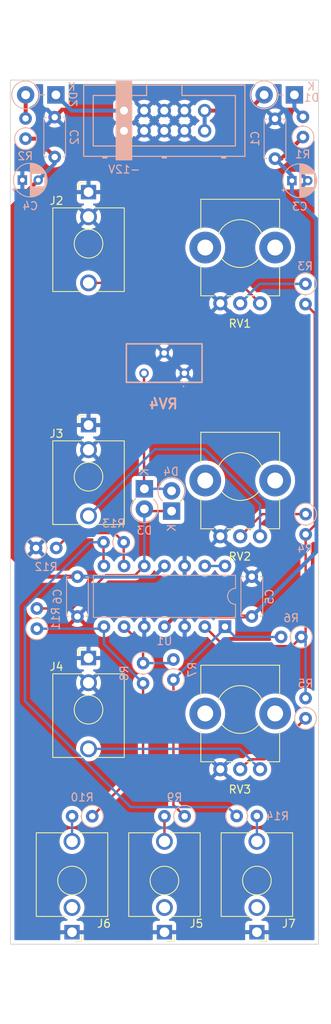
<source format=kicad_pcb>
(kicad_pcb (version 20221018) (generator pcbnew)
  (layers (0 "F.Cu" signal) (31 "B.Cu" signal) (34 "B.Paste" user) (35 "F.Paste" user) (36 "B.SilkS" user "B.Silkscreen") (37 "F.SilkS" user "F.Silkscreen") (38 "B.Mask" user) (39 "F.Mask" user) (44 "Edge.Cuts" user))
  (net 0 "")
  (net 1 "GND")
  (net 2 "+12V")
  (net 3 "-12V")
  (net 4 "/D+")
  (net 5 "/12+")
  (net 6 "/12-")
  (net 7 "/D-")
  (net 8 "Net-(J5-PadT)")
  (net 10 "Net-(J6-PadT)")
  (net 12 "Net-(J7-PadT)")
  (net 14 "/DD")
  (net 15 "/CLP_IN")
  (net 16 "/IN1")
  (net 17 "/IN2")
  (net 18 "/IN3")
  (net 19 "/IW1")
  (net 20 "/SUM")
  (net 21 "/IW2")
  (net 22 "/IW3")
  (net 23 "/INV_SUM_OUT")
  (net 24 "/INVBF")
  (net 25 "/SUM_OUT")
  (net 26 "/CLP_FB")
  (net 27 "/CLP_OUT")
  (net 28 "/STABLE")
  (footprint "Connector_Audio:Jack_3.5mm_QingPu_WQP-PJ398SM_Vertical_CircularHoles" (layer "F.Cu") (at 144.36 146.58 180)
    (fp_text reference "J5" (at -4.03 1.08) (layer "F.SilkS"))
    (fp_text value "INV OUT")
    (pad "S" thru_hole rect (at 0 0) (size 1.93 1.83) (drill 1.22) (layers "*.Cu" "*.Mask") (net 1 "GND"))
    (pad "T" thru_hole circle (at 0 11.4) (size 2.13 2.13) (drill 1.43) (layers "*.Cu" "*.Mask") (net 8 "Net-(J5-PadT)"))
    (pad "TN" thru_hole circle (at 0 3.1) (size 2.13 2.13) (drill 1.42) (layers "*.Cu" "*.Mask"))
    (zone (net 0) (net_name "") (layer "F.Cu") (connect_pads (clearance 0)) (min_thickness 0.254)
      (keepout (tracks not_allowed) (vias not_allowed) (pads not_allowed) (copperpour not_allowed) (footprints not_allowed))
      (fill (thermal_gap 0.508) (thermal_bridge_width 0.508))
      (polygon (pts (xy 142.854859 140.1) (xy 142.87507 140.345829) (xy 142.935159 140.585055) (xy 143.033514 140.811256) (xy 143.167492 141.018355) (xy 143.333496 141.20079) (xy 143.527068 141.353664) (xy 143.743008 141.472869) (xy 143.975518 141.555206) (xy 144.218354 141.598461) (xy 144.464993 141.601475) (xy 144.708813 141.564165) (xy 144.943266 141.487534) (xy 145.162054 141.37364) (xy 145.359303 141.225542) (xy 145.529714 141.047216) (xy 145.668712 140.843452) (xy 145.772564 140.619722) (xy 145.838481 140.382035) (xy 145.864692 140.136774) (xy 145.850493 139.890525) (xy 145.796266 139.649901) (xy 145.703468 139.421366) (xy 145.574589 139.211055) (xy 145.413092 139.024618) (xy 145.223313 138.867061) (xy 145.01035 138.742615) (xy 144.779921 138.654623) (xy 144.538215 138.605447) (xy 144.291722 138.596408) (xy 144.047064 138.62775) (xy 143.810809 138.69863) (xy 143.589303 138.807144) (xy 143.388495 138.950379) (xy 143.213777 139.124488) (xy 143.069842 139.324795) (xy 142.960555 139.545921) (xy 142.888851 139.781926) (xy 142.856656 140.026474)))
    )
  )
  (footprint "Connector_Audio:Jack_3.5mm_QingPu_WQP-PJ398SM_Vertical_CircularHoles" (layer "F.Cu") (at 134.8 112.16)
    (fp_text reference "J4" (at -4.03 1.08 180) (layer "F.SilkS"))
    (fp_text value "IN3")
    (pad "S" thru_hole rect (at 0 0 180) (size 1.93 1.83) (drill 1.22) (layers "*.Cu" "*.Mask") (net 1 "GND"))
    (pad "T" thru_hole circle (at 0 11.4 180) (size 2.13 2.13) (drill 1.43) (layers "*.Cu" "*.Mask") (net 18 "/IN3"))
    (pad "TN" thru_hole circle (at 0 3.1 180) (size 2.13 2.13) (drill 1.42) (layers "*.Cu" "*.Mask") (net 1 "GND"))
    (zone (net 0) (net_name "") (layer "F.Cu") (connect_pads (clearance 0)) (min_thickness 0.254)
      (keepout (tracks not_allowed) (vias not_allowed) (pads not_allowed) (copperpour not_allowed) (footprints not_allowed))
      (fill (thermal_gap 0.508) (thermal_bridge_width 0.508))
      (polygon (pts (xy 136.305141 118.64) (xy 136.28493 118.394171) (xy 136.224841 118.154945) (xy 136.126486 117.928744) (xy 135.992508 117.721645) (xy 135.826504 117.53921) (xy 135.632932 117.386336) (xy 135.416992 117.267131) (xy 135.184482 117.184794) (xy 134.941646 117.141539) (xy 134.695007 117.138525) (xy 134.451187 117.175835) (xy 134.216734 117.252466) (xy 133.997946 117.36636) (xy 133.800697 117.514458) (xy 133.630286 117.692784) (xy 133.491288 117.896548) (xy 133.387436 118.120278) (xy 133.321519 118.357965) (xy 133.295308 118.603226) (xy 133.309507 118.849475) (xy 133.363734 119.090099) (xy 133.456532 119.318634) (xy 133.585411 119.528945) (xy 133.746908 119.715382) (xy 133.936687 119.872939) (xy 134.14965 119.997385) (xy 134.380079 120.085377) (xy 134.621785 120.134553) (xy 134.868278 120.143592) (xy 135.112936 120.11225) (xy 135.349191 120.04137) (xy 135.570697 119.932856) (xy 135.771505 119.789621) (xy 135.946223 119.615512) (xy 136.090158 119.415205) (xy 136.199445 119.194079) (xy 136.271149 118.958074) (xy 136.303344 118.713526)))
    )
  )
  (footprint "Connector_Audio:Jack_3.5mm_QingPu_WQP-PJ398SM_Vertical_CircularHoles" (layer "F.Cu") (at 134.8 82.91)
    (fp_text reference "J3" (at -4.03 1.08 180) (layer "F.SilkS"))
    (fp_text value "IN2")
    (pad "S" thru_hole rect (at 0 0 180) (size 1.93 1.83) (drill 1.22) (layers "*.Cu" "*.Mask") (net 1 "GND"))
    (pad "T" thru_hole circle (at 0 11.4 180) (size 2.13 2.13) (drill 1.43) (layers "*.Cu" "*.Mask") (net 17 "/IN2"))
    (pad "TN" thru_hole circle (at 0 3.1 180) (size 2.13 2.13) (drill 1.42) (layers "*.Cu" "*.Mask") (net 1 "GND"))
    (zone (net 0) (net_name "") (layer "F.Cu") (connect_pads (clearance 0)) (min_thickness 0.254)
      (keepout (tracks not_allowed) (vias not_allowed) (pads not_allowed) (copperpour not_allowed) (footprints not_allowed))
      (fill (thermal_gap 0.508) (thermal_bridge_width 0.508))
      (polygon (pts (xy 136.305141 89.39) (xy 136.28493 89.144171) (xy 136.224841 88.904945) (xy 136.126486 88.678744) (xy 135.992508 88.471645) (xy 135.826504 88.28921) (xy 135.632932 88.136336) (xy 135.416992 88.017131) (xy 135.184482 87.934794) (xy 134.941646 87.891539) (xy 134.695007 87.888525) (xy 134.451187 87.925835) (xy 134.216734 88.002466) (xy 133.997946 88.11636) (xy 133.800697 88.264458) (xy 133.630286 88.442784) (xy 133.491288 88.646548) (xy 133.387436 88.870278) (xy 133.321519 89.107965) (xy 133.295308 89.353226) (xy 133.309507 89.599475) (xy 133.363734 89.840099) (xy 133.456532 90.068634) (xy 133.585411 90.278945) (xy 133.746908 90.465382) (xy 133.936687 90.622939) (xy 134.14965 90.747385) (xy 134.380079 90.835377) (xy 134.621785 90.884553) (xy 134.868278 90.893592) (xy 135.112936 90.86225) (xy 135.349191 90.79137) (xy 135.570697 90.682856) (xy 135.771505 90.539621) (xy 135.946223 90.365512) (xy 136.090158 90.165205) (xy 136.199445 89.944079) (xy 136.271149 89.708074) (xy 136.303344 89.463526)))
    )
  )
  (footprint "Custom_Footprints:Alpha_9mm_Potentiometer_Aligned" (layer "F.Cu") (at 153.9 118.62)
    (fp_text reference "RV3" (at -0.04 10.04) (layer "F.SilkS"))
    (fp_text value "100k")
    (pad "" np_thru_hole circle (at -4.4 0.5 90) (size 4 4) (drill 2) (layers "*.Cu" "*.Mask"))
    (pad "" np_thru_hole circle (at 4.4 0.5 90) (size 4 4) (drill 2) (layers "*.Cu" "*.Mask"))
    (pad "1" thru_hole circle (at -2.5 7.5 90) (size 1.8 1.8) (drill 1) (layers "*.Cu" "*.Mask") (net 1 "GND"))
    (pad "2" thru_hole circle (at 0 7.5 90) (size 1.8 1.8) (drill 1) (layers "*.Cu" "*.Mask") (net 22 "/IW3"))
    (pad "3" thru_hole circle (at 2.5 7.5 90) (size 1.8 1.8) (drill 1) (layers "*.Cu" "*.Mask") (net 18 "/IN3"))
  )
  (footprint "Custom_Footprints:Alpha_9mm_Potentiometer_Aligned" (layer "F.Cu") (at 153.9 60.12)
    (fp_text reference "RV1" (at -0.04 10.04) (layer "F.SilkS"))
    (fp_text value "100k")
    (pad "" np_thru_hole circle (at -4.4 0.5 90) (size 4 4) (drill 2) (layers "*.Cu" "*.Mask"))
    (pad "" np_thru_hole circle (at 4.4 0.5 90) (size 4 4) (drill 2) (layers "*.Cu" "*.Mask"))
    (pad "1" thru_hole circle (at -2.5 7.5 90) (size 1.8 1.8) (drill 1) (layers "*.Cu" "*.Mask") (net 1 "GND"))
    (pad "2" thru_hole circle (at 0 7.5 90) (size 1.8 1.8) (drill 1) (layers "*.Cu" "*.Mask") (net 19 "/IW1"))
    (pad "3" thru_hole circle (at 2.5 7.5 90) (size 1.8 1.8) (drill 1) (layers "*.Cu" "*.Mask") (net 16 "/IN1"))
  )
  (footprint "Connector_Audio:Jack_3.5mm_QingPu_WQP-PJ398SM_Vertical_CircularHoles" (layer "F.Cu") (at 156 146.58 180)
    (fp_text reference "J7" (at -4.03 1.08) (layer "F.SilkS"))
    (fp_text value "CLP OUT")
    (pad "S" thru_hole rect (at 0 0) (size 1.93 1.83) (drill 1.22) (layers "*.Cu" "*.Mask") (net 1 "GND"))
    (pad "T" thru_hole circle (at 0 11.4) (size 2.13 2.13) (drill 1.43) (layers "*.Cu" "*.Mask") (net 12 "Net-(J7-PadT)"))
    (pad "TN" thru_hole circle (at 0 3.1) (size 2.13 2.13) (drill 1.42) (layers "*.Cu" "*.Mask"))
    (zone (net 0) (net_name "") (layer "F.Cu") (connect_pads (clearance 0)) (min_thickness 0.254)
      (keepout (tracks not_allowed) (vias not_allowed) (pads not_allowed) (copperpour not_allowed) (footprints not_allowed))
      (fill (thermal_gap 0.508) (thermal_bridge_width 0.508))
      (polygon (pts (xy 154.494859 140.1) (xy 154.51507 140.345829) (xy 154.575159 140.585055) (xy 154.673514 140.811256) (xy 154.807492 141.018355) (xy 154.973496 141.20079) (xy 155.167068 141.353664) (xy 155.383008 141.472869) (xy 155.615518 141.555206) (xy 155.858354 141.598461) (xy 156.104993 141.601475) (xy 156.348813 141.564165) (xy 156.583266 141.487534) (xy 156.802054 141.37364) (xy 156.999303 141.225542) (xy 157.169714 141.047216) (xy 157.308712 140.843452) (xy 157.412564 140.619722) (xy 157.478481 140.382035) (xy 157.504692 140.136774) (xy 157.490493 139.890525) (xy 157.436266 139.649901) (xy 157.343468 139.421366) (xy 157.214589 139.211055) (xy 157.053092 139.024618) (xy 156.863313 138.867061) (xy 156.65035 138.742615) (xy 156.419921 138.654623) (xy 156.178215 138.605447) (xy 155.931722 138.596408) (xy 155.687064 138.62775) (xy 155.450809 138.69863) (xy 155.229303 138.807144) (xy 155.028495 138.950379) (xy 154.853777 139.124488) (xy 154.709842 139.324795) (xy 154.600555 139.545921) (xy 154.528851 139.781926) (xy 154.496656 140.026474)))
    )
  )
  (footprint "Connector_Audio:Jack_3.5mm_QingPu_WQP-PJ398SM_Vertical_CircularHoles" (layer "F.Cu") (at 132.72 146.58 180)
    (fp_text reference "J6" (at -4.03 1.08) (layer "F.SilkS"))
    (fp_text value "OUT")
    (pad "S" thru_hole rect (at 0 0) (size 1.93 1.83) (drill 1.22) (layers "*.Cu" "*.Mask") (net 1 "GND"))
    (pad "T" thru_hole circle (at 0 11.4) (size 2.13 2.13) (drill 1.43) (layers "*.Cu" "*.Mask") (net 10 "Net-(J6-PadT)"))
    (pad "TN" thru_hole circle (at 0 3.1) (size 2.13 2.13) (drill 1.42) (layers "*.Cu" "*.Mask"))
    (zone (net 0) (net_name "") (layer "F.Cu") (connect_pads (clearance 0)) (min_thickness 0.254)
      (keepout (tracks not_allowed) (vias not_allowed) (pads not_allowed) (copperpour not_allowed) (footprints not_allowed))
      (fill (thermal_gap 0.508) (thermal_bridge_width 0.508))
      (polygon (pts (xy 131.214859 140.1) (xy 131.23507 140.345829) (xy 131.295159 140.585055) (xy 131.393514 140.811256) (xy 131.527492 141.018355) (xy 131.693496 141.20079) (xy 131.887068 141.353664) (xy 132.103008 141.472869) (xy 132.335518 141.555206) (xy 132.578354 141.598461) (xy 132.824993 141.601475) (xy 133.068813 141.564165) (xy 133.303266 141.487534) (xy 133.522054 141.37364) (xy 133.719303 141.225542) (xy 133.889714 141.047216) (xy 134.028712 140.843452) (xy 134.132564 140.619722) (xy 134.198481 140.382035) (xy 134.224692 140.136774) (xy 134.210493 139.890525) (xy 134.156266 139.649901) (xy 134.063468 139.421366) (xy 133.934589 139.211055) (xy 133.773092 139.024618) (xy 133.583313 138.867061) (xy 133.37035 138.742615) (xy 133.139921 138.654623) (xy 132.898215 138.605447) (xy 132.651722 138.596408) (xy 132.407064 138.62775) (xy 132.170809 138.69863) (xy 131.949303 138.807144) (xy 131.748495 138.950379) (xy 131.573777 139.124488) (xy 131.429842 139.324795) (xy 131.320555 139.545921) (xy 131.248851 139.781926) (xy 131.216656 140.026474)))
    )
  )
  (footprint "Connector_Audio:Jack_3.5mm_QingPu_WQP-PJ398SM_Vertical_CircularHoles" (layer "F.Cu") (at 134.8 53.66)
    (fp_text reference "J2" (at -4.03 1.08 180) (layer "F.SilkS"))
    (fp_text value "IN1")
    (pad "S" thru_hole rect (at 0 0 180) (size 1.93 1.83) (drill 1.22) (layers "*.Cu" "*.Mask") (net 1 "GND"))
    (pad "T" thru_hole circle (at 0 11.4 180) (size 2.13 2.13) (drill 1.43) (layers "*.Cu" "*.Mask") (net 16 "/IN1"))
    (pad "TN" thru_hole circle (at 0 3.1 180) (size 2.13 2.13) (drill 1.42) (layers "*.Cu" "*.Mask") (net 1 "GND"))
    (zone (net 0) (net_name "") (layer "F.Cu") (connect_pads (clearance 0)) (min_thickness 0.254)
      (keepout (tracks not_allowed) (vias not_allowed) (pads not_allowed) (copperpour not_allowed) (footprints not_allowed))
      (fill (thermal_gap 0.508) (thermal_bridge_width 0.508))
      (polygon (pts (xy 136.305141 60.14) (xy 136.28493 59.894171) (xy 136.224841 59.654945) (xy 136.126486 59.428744) (xy 135.992508 59.221645) (xy 135.826504 59.03921) (xy 135.632932 58.886336) (xy 135.416992 58.767131) (xy 135.184482 58.684794) (xy 134.941646 58.641539) (xy 134.695007 58.638525) (xy 134.451187 58.675835) (xy 134.216734 58.752466) (xy 133.997946 58.86636) (xy 133.800697 59.014458) (xy 133.630286 59.192784) (xy 133.491288 59.396548) (xy 133.387436 59.620278) (xy 133.321519 59.857965) (xy 133.295308 60.103226) (xy 133.309507 60.349475) (xy 133.363734 60.590099) (xy 133.456532 60.818634) (xy 133.585411 61.028945) (xy 133.746908 61.215382) (xy 133.936687 61.372939) (xy 134.14965 61.497385) (xy 134.380079 61.585377) (xy 134.621785 61.634553) (xy 134.868278 61.643592) (xy 135.112936 61.61225) (xy 135.349191 61.54137) (xy 135.570697 61.432856) (xy 135.771505 61.289621) (xy 135.946223 61.115512) (xy 136.090158 60.915205) (xy 136.199445 60.694079) (xy 136.271149 60.458074) (xy 136.303344 60.213526)))
    )
  )
  (footprint "Custom_Footprints:Alpha_9mm_Potentiometer_Aligned" (layer "F.Cu") (at 153.9 89.37)
    (fp_text reference "RV2" (at -0.04 10.04) (layer "F.SilkS"))
    (fp_text value "100k")
    (pad "" np_thru_hole circle (at -4.4 0.5 90) (size 4 4) (drill 2) (layers "*.Cu" "*.Mask"))
    (pad "" np_thru_hole circle (at 4.4 0.5 90) (size 4 4) (drill 2) (layers "*.Cu" "*.Mask"))
    (pad "1" thru_hole circle (at -2.5 7.5 90) (size 1.8 1.8) (drill 1) (layers "*.Cu" "*.Mask") (net 1 "GND"))
    (pad "2" thru_hole circle (at 0 7.5 90) (size 1.8 1.8) (drill 1) (layers "*.Cu" "*.Mask") (net 21 "/IW2"))
    (pad "3" thru_hole circle (at 2.5 7.5 90) (size 1.8 1.8) (drill 1) (layers "*.Cu" "*.Mask") (net 17 "/IN2"))
  )
  (footprint "Resistor_THT:R_Axial_DIN0207_L6.3mm_D2.5mm_P2.54mm_Vertical" (layer "B.Cu") (at 145.49 114.885 90)
    (fp_text reference "R7" (at 1.27 2.37 90) (layer "B.SilkS") (effects (justify mirror)))
    (fp_text value "100k")
    (pad "1" thru_hole circle (at 0 0 90) (size 1.6 1.6) (drill 0.8) (layers "*.Cu" "*.Mask") (net 23 "/INV_SUM_OUT"))
    (pad "2" thru_hole oval (at 2.54 0 90) (size 1.6 1.6) (drill 0.8) (layers "*.Cu" "*.Mask") (net 24 "/INVBF"))
  )
  (footprint "Resistor_THT:R_Axial_DIN0207_L6.3mm_D2.5mm_P2.54mm_Vertical" (layer "B.Cu") (at 141.67 112.795 -90)
    (fp_text reference "R8" (at 1.27 2.37 90) (layer "B.SilkS") (effects (justify mirror)))
    (fp_text value "100k")
    (pad "1" thru_hole circle (at 0 0 270) (size 1.6 1.6) (drill 0.8) (layers "*.Cu" "*.Mask") (net 24 "/INVBF"))
    (pad "2" thru_hole oval (at 2.54 0 270) (size 1.6 1.6) (drill 0.8) (layers "*.Cu" "*.Mask") (net 25 "/SUM_OUT"))
  )
  (footprint "Package_DIP:DIP-14_W7.62mm" (layer "B.Cu") (at 151.98 108.22 90)
    (fp_text reference "U1" (at -1.81 -7.63 180) (layer "B.SilkS") (effects (justify mirror)))
    (fp_text value "TL074")
    (pad "1" thru_hole rect (at 0 0 90) (size 1.6 1.6) (drill 0.8) (layers "*.Cu" "*.Mask") (net 23 "/INV_SUM_OUT"))
    (pad "2" thru_hole oval (at 0 -2.54 90) (size 1.6 1.6) (drill 0.8) (layers "*.Cu" "*.Mask") (net 20 "/SUM"))
    (pad "3" thru_hole oval (at 0 -5.08 90) (size 1.6 1.6) (drill 0.8) (layers "*.Cu" "*.Mask") (net 1 "GND"))
    (pad "4" thru_hole oval (at 0 -7.62 90) (size 1.6 1.6) (drill 0.8) (layers "*.Cu" "*.Mask") (net 2 "+12V"))
    (pad "5" thru_hole oval (at 0 -10.16 90) (size 1.6 1.6) (drill 0.8) (layers "*.Cu" "*.Mask") (net 1 "GND"))
    (pad "6" thru_hole oval (at 0 -12.7 90) (size 1.6 1.6) (drill 0.8) (layers "*.Cu" "*.Mask") (net 24 "/INVBF"))
    (pad "7" thru_hole oval (at 0 -15.24 90) (size 1.6 1.6) (drill 0.8) (layers "*.Cu" "*.Mask") (net 25 "/SUM_OUT"))
    (pad "8" thru_hole oval (at 7.62 -15.24 90) (size 1.6 1.6) (drill 0.8) (layers "*.Cu" "*.Mask") (net 27 "/CLP_OUT"))
    (pad "9" thru_hole oval (at 7.62 -12.7 90) (size 1.6 1.6) (drill 0.8) (layers "*.Cu" "*.Mask") (net 26 "/CLP_FB"))
    (pad "10" thru_hole oval (at 7.62 -10.16 90) (size 1.6 1.6) (drill 0.8) (layers "*.Cu" "*.Mask") (net 15 "/CLP_IN"))
    (pad "11" thru_hole oval (at 7.62 -7.62 90) (size 1.6 1.6) (drill 0.8) (layers "*.Cu" "*.Mask") (net 3 "-12V"))
    (pad "12" thru_hole oval (at 7.62 -5.08 90) (size 1.6 1.6) (drill 0.8) (layers "*.Cu" "*.Mask") (net 1 "GND"))
    (pad "13" thru_hole oval (at 7.62 -2.54 90) (size 1.6 1.6) (drill 0.8) (layers "*.Cu" "*.Mask") (net 28 "/STABLE"))
    (pad "14" thru_hole oval (at 7.62 0 90) (size 1.6 1.6) (drill 0.8) (layers "*.Cu" "*.Mask") (net 28 "/STABLE"))
  )
  (footprint "Diode_THT:D_DO-41_SOD81_P3.81mm_Vertical_KathodeUp" (layer "B.Cu") (at 160.722818 41.45 180)
    (fp_text reference "D1" (at -2.147182 -0.35) (layer "B.SilkS") (effects (justify mirror)))
    (fp_text value "1N5819" hide)
    (fp_text user "K" (at -2.087182 1.05) (layer "B.SilkS") (effects (justify mirror)))
    (pad "1" thru_hole rect (at 0 0 180) (size 2.2 2.2) (drill 1.1) (layers "F&B.Cu" "*.Mask") (net 4 "/D+"))
    (pad "2" thru_hole oval (at 3.81 0 180) (size 2.2 2.2) (drill 1.1) (layers "F&B.Cu" "*.Mask") (net 5 "/12+"))
  )
  (footprint "Resistor_THT:R_Axial_DIN0207_L6.3mm_D2.5mm_P2.54mm_Vertical" (layer "B.Cu") (at 162.12 65.18 -90)
    (fp_text reference "R3" (at -2.22 0.04 180) (layer "B.SilkS") (effects (justify mirror)))
    (fp_text value "100k")
    (pad "1" thru_hole circle (at 0 0 270) (size 1.6 1.6) (drill 0.8) (layers "*.Cu" "*.Mask") (net 19 "/IW1"))
    (pad "2" thru_hole oval (at 2.54 0 270) (size 1.6 1.6) (drill 0.8) (layers "*.Cu" "*.Mask") (net 20 "/SUM"))
  )
  (footprint "Resistor_THT:R_Axial_DIN0207_L6.3mm_D2.5mm_P2.54mm_Vertical" (layer "B.Cu") (at 146.9 132.02 180)
    (fp_text reference "R9" (at 1.27 2.37) (layer "B.SilkS") (effects (justify mirror)))
    (fp_text value "1k")
    (pad "1" thru_hole circle (at 0 0 180) (size 1.6 1.6) (drill 0.8) (layers "*.Cu" "*.Mask") (net 23 "/INV_SUM_OUT"))
    (pad "2" thru_hole oval (at 2.54 0 180) (size 1.6 1.6) (drill 0.8) (layers "*.Cu" "*.Mask") (net 8 "Net-(J5-PadT)"))
  )
  (footprint "Capacitor_THT:C_Disc_D4.7mm_W2.5mm_P5.00mm" (layer "B.Cu") (at 155.36 106.94 90)
    (fp_text reference "C5" (at 2.49 2.23 90) (layer "B.SilkS") (effects (justify mirror)))
    (fp_text value "0.1u")
    (pad "1" thru_hole circle (at 0 0 90) (size 1.6 1.6) (drill 0.8) (layers "*.Cu" "*.Mask") (net 2 "+12V"))
    (pad "2" thru_hole circle (at 5 0 90) (size 1.6 1.6) (drill 0.8) (layers "*.Cu" "*.Mask") (net 1 "GND"))
  )
  (footprint "Diode_THT:D_DO-41_SOD81_P2.54mm_Vertical_KathodeUp" (layer "B.Cu") (at 145.26 93.708234 90)
    (fp_text reference "D4" (at 4.948234 -0.07 180) (layer "B.SilkS") (effects (justify mirror)))
    (fp_text value "1N4148")
    (fp_text user "K" (at -2.1 0 90) (layer "B.SilkS") (effects (justify mirror)))
    (pad "1" thru_hole rect (at 0 0 90) (size 2.2 2.2) (drill 1.1) (layers "*.Cu" "*.Mask") (net 15 "/CLP_IN"))
    (pad "2" thru_hole oval (at 2.54 0 90) (size 2.2 2.2) (drill 1.1) (layers "*.Cu" "*.Mask") (net 14 "/DD"))
  )
  (footprint "Capacitor_THT:C_Disc_D4.7mm_W2.5mm_P5.00mm" (layer "B.Cu") (at 158.28 44.46 -90)
    (fp_text reference "C1" (at 2.5 2.5 90) (layer "B.SilkS") (effects (justify mirror)))
    (fp_text value "0.1u" hide)
    (pad "1" thru_hole circle (at 0 0 270) (size 1.6 1.6) (drill 0.8) (layers "F&B.Cu" "*.Mask") (net 1 "GND"))
    (pad "2" thru_hole circle (at 5 0 270) (size 1.6 1.6) (drill 0.8) (layers "F&B.Cu" "*.Mask") (net 2 "+12V"))
  )
  (footprint "Resistor_THT:R_Axial_DIN0207_L6.3mm_D2.5mm_P2.54mm_Vertical" (layer "B.Cu") (at 126.87 46.95 90)
    (fp_text reference "R2" (at -2.19 -0.04) (layer "B.SilkS") (effects (justify mirror)))
    (fp_text value "10")
    (pad "1" thru_hole circle (at 0 0 90) (size 1.6 1.6) (drill 0.8) (layers "F&B.Cu" "*.Mask") (net 3 "-12V"))
    (pad "2" thru_hole oval (at 2.54 0 90) (size 1.6 1.6) (drill 0.8) (layers "F&B.Cu" "*.Mask") (net 7 "/D-"))
  )
  (footprint "Resistor_THT:R_Axial_DIN0207_L6.3mm_D2.5mm_P2.54mm_Vertical" (layer "B.Cu") (at 128.19 98.34)
    (fp_text reference "R12" (at 1.27 2.37) (layer "B.SilkS") (effects (justify mirror)))
    (fp_text value "27k")
    (pad "1" thru_hole circle (at 0 0) (size 1.6 1.6) (drill 0.8) (layers "*.Cu" "*.Mask") (net 1 "GND"))
    (pad "2" thru_hole oval (at 2.54 0) (size 1.6 1.6) (drill 0.8) (layers "*.Cu" "*.Mask") (net 26 "/CLP_FB"))
  )
  (footprint "Resistor_THT:R_Axial_DIN0207_L6.3mm_D2.5mm_P2.54mm_Vertical" (layer "B.Cu") (at 161.8 46.75 90)
    (fp_text reference "R1" (at -2.16 -0.04) (layer "B.SilkS") (effects (justify mirror)))
    (fp_text value "10" hide)
    (pad "1" thru_hole circle (at 0 0 90) (size 1.6 1.6) (drill 0.8) (layers "F&B.Cu" "*.Mask") (net 2 "+12V"))
    (pad "2" thru_hole oval (at 2.54 0 90) (size 1.6 1.6) (drill 0.8) (layers "F&B.Cu" "*.Mask") (net 4 "/D+"))
  )
  (footprint "Capacitor_THT:CP_Radial_D4.0mm_P2.00mm" (layer "B.Cu") (at 126.4674 52.15)
    (fp_text reference "C4" (at 1 3.25) (layer "B.SilkS") (effects (justify mirror)))
    (fp_text value "47u")
    (pad "1" thru_hole rect (at 0 0) (size 1.2 1.2) (drill 0.6) (layers "*.Cu" "*.Mask") (net 1 "GND"))
    (pad "2" thru_hole circle (at 2 0) (size 1.2 1.2) (drill 0.6) (layers "*.Cu" "*.Mask") (net 3 "-12V"))
  )
  (footprint "Resistor_THT:R_Axial_DIN0207_L6.3mm_D2.5mm_P2.54mm_Vertical" (layer "B.Cu") (at 162.14 94.09 -90)
    (fp_text reference "R4" (at 4.31 0.07) (layer "B.SilkS") (effects (justify mirror)))
    (fp_text value "100k")
    (pad "1" thru_hole circle (at 0 0 270) (size 1.6 1.6) (drill 0.8) (layers "*.Cu" "*.Mask") (net 21 "/IW2"))
    (pad "2" thru_hole oval (at 2.54 0 270) (size 1.6 1.6) (drill 0.8) (layers "*.Cu" "*.Mask") (net 20 "/SUM"))
  )
  (footprint "Capacitor_THT:C_Disc_D4.7mm_W2.5mm_P5.00mm" (layer "B.Cu") (at 130.54 49.25 90)
    (fp_text reference "C2" (at 2.5 2.5 90) (layer "B.SilkS") (effects (justify mirror)))
    (fp_text value "0.1u")
    (pad "1" thru_hole circle (at 0 0 90) (size 1.6 1.6) (drill 0.8) (layers "F&B.Cu" "*.Mask") (net 3 "-12V"))
    (pad "2" thru_hole circle (at 5 0 90) (size 1.6 1.6) (drill 0.8) (layers "F&B.Cu" "*.Mask") (net 1 "GND"))
  )
  (footprint "Resistor_THT:R_Axial_DIN0207_L6.3mm_D2.5mm_P2.54mm_Vertical" (layer "B.Cu") (at 162.13 119.73 90)
    (fp_text reference "R5" (at 4.37 -0.01 180) (layer "B.SilkS") (effects (justify mirror)))
    (fp_text value "100k")
    (pad "1" thru_hole circle (at 0 0 90) (size 1.6 1.6) (drill 0.8) (layers "*.Cu" "*.Mask") (net 22 "/IW3"))
    (pad "2" thru_hole oval (at 2.54 0 90) (size 1.6 1.6) (drill 0.8) (layers "*.Cu" "*.Mask") (net 20 "/SUM"))
  )
  (footprint "Resistor_THT:R_Axial_DIN0207_L6.3mm_D2.5mm_P2.54mm_Vertical" (layer "B.Cu") (at 153.455 131.99)
    (fp_text reference "R14" (at 5.135 0.02) (layer "B.SilkS") (effects (justify mirror)))
    (fp_text value "1k")
    (pad "1" thru_hole circle (at 0 0) (size 1.6 1.6) (drill 0.8) (layers "*.Cu" "*.Mask") (net 27 "/CLP_OUT"))
    (pad "2" thru_hole oval (at 2.54 0) (size 1.6 1.6) (drill 0.8) (layers "*.Cu" "*.Mask") (net 12 "Net-(J7-PadT)"))
  )
  (footprint "Resistor_THT:R_Axial_DIN0207_L6.3mm_D2.5mm_P2.54mm_Vertical" (layer "B.Cu") (at 128.29 108.475 90)
    (fp_text reference "R11" (at 1.27 2.37 90) (layer "B.SilkS") (effects (justify mirror)))
    (fp_text value "100k")
    (pad "1" thru_hole circle (at 0 0 90) (size 1.6 1.6) (drill 0.8) (layers "*.Cu" "*.Mask") (net 25 "/SUM_OUT"))
    (pad "2" thru_hole oval (at 2.54 0 90) (size 1.6 1.6) (drill 0.8) (layers "*.Cu" "*.Mask") (net 15 "/CLP_IN"))
  )
  (footprint "Resistor_THT:R_Axial_DIN0207_L6.3mm_D2.5mm_P2.54mm_Vertical" (layer "B.Cu") (at 139.23 97.62 180)
    (fp_text reference "R13" (at 1.27 2.37) (layer "B.SilkS") (effects (justify mirror)))
    (fp_text value "100k")
    (pad "1" thru_hole circle (at 0 0 180) (size 1.6 1.6) (drill 0.8) (layers "*.Cu" "*.Mask") (net 26 "/CLP_FB"))
    (pad "2" thru_hole oval (at 2.54 0 180) (size 1.6 1.6) (drill 0.8) (layers "*.Cu" "*.Mask") (net 27 "/CLP_OUT"))
  )
  (footprint "Capacitor_THT:CP_Radial_D4.0mm_P2.00mm" (layer "B.Cu") (at 160.4074 52.22)
    (fp_text reference "C3" (at 1 3.25) (layer "B.SilkS") (effects (justify mirror)))
    (fp_text value "47u")
    (pad "1" thru_hole rect (at 0 0) (size 1.2 1.2) (drill 0.6) (layers "*.Cu" "*.Mask") (net 2 "+12V"))
    (pad "2" thru_hole circle (at 2 0) (size 1.2 1.2) (drill 0.6) (layers "*.Cu" "*.Mask") (net 1 "GND"))
  )
  (footprint "Diode_THT:D_DO-41_SOD81_P2.54mm_Vertical_KathodeUp" (layer "B.Cu") (at 141.83 90.908234 -90)
    (fp_text reference "D3" (at 5.231766 0 180) (layer "B.SilkS") (effects (justify mirror)))
    (fp_text value "1N4148")
    (fp_text user "K" (at -2.1 0 90) (layer "B.SilkS") (effects (justify mirror)))
    (pad "1" thru_hole rect (at 0 0 270) (size 2.2 2.2) (drill 1.1) (layers "*.Cu" "*.Mask") (net 14 "/DD"))
    (pad "2" thru_hole oval (at 2.54 0 270) (size 2.2 2.2) (drill 1.1) (layers "*.Cu" "*.Mask") (net 15 "/CLP_IN"))
  )
  (footprint "Diode_THT:D_DO-41_SOD81_P3.81mm_Vertical_KathodeUp" (layer "B.Cu") (at 130.692818 41.45 180)
    (fp_text reference "D2" (at -2.177182 -0.56 90) (layer "B.SilkS") (effects (justify mirror)))
    (fp_text value "1N5819")
    (fp_text user "K" (at -1.977182 1) (layer "B.SilkS") (effects (justify mirror)))
    (pad "1" thru_hole rect (at 0 0 180) (size 2.2 2.2) (drill 1.1) (layers "F&B.Cu" "*.Mask") (net 6 "/12-"))
    (pad "2" thru_hole oval (at 3.81 0 180) (size 2.2 2.2) (drill 1.1) (layers "F&B.Cu" "*.Mask") (net 7 "/D-"))
  )
  (footprint "Resistor_THT:R_Axial_DIN0207_L6.3mm_D2.5mm_P2.54mm_Vertical" (layer "B.Cu") (at 161.59 109.51 180)
    (fp_text reference "R6" (at 1.27 2.37) (layer "B.SilkS") (effects (justify mirror)))
    (fp_text value "100k")
    (pad "1" thru_hole circle (at 0 0 180) (size 1.6 1.6) (drill 0.8) (layers "*.Cu" "*.Mask") (net 20 "/SUM"))
    (pad "2" thru_hole oval (at 2.54 0 180) (size 1.6 1.6) (drill 0.8) (layers "*.Cu" "*.Mask") (net 23 "/INV_SUM_OUT"))
  )
  (footprint "Custom_Footprints:3296Y1104LF" (layer "B.Cu") (at 146.87 76.4 -90)
    (fp_text reference "RV4" (at 3.85 2.64 180) (layer "B.SilkS") (effects (font (size 1.27 1.27) (thickness 0.254)) (justify mirror)))
    (fp_text value "20k" hide)
    (pad "1" thru_hole circle (at 0 0 270) (size 1.2 1.2) (drill 0.71) (layers "*.Cu" "*.Mask") (net 1 "GND"))
    (pad "2" thru_hole circle (at -2.54 2.54 270) (size 1.2 1.2) (drill 0.71) (layers "*.Cu" "*.Mask") (net 1 "GND"))
    (pad "3" thru_hole circle (at 0 5.08 270) (size 1.2 1.2) (drill 0.71) (layers "*.Cu" "*.Mask") (net 14 "/DD"))
  )
  (footprint "Capacitor_THT:C_Disc_D4.7mm_W2.5mm_P5.00mm" (layer "B.Cu") (at 133.4 101.94 -90)
    (fp_text reference "C6" (at 2.5 2.5 90) (layer "B.SilkS") (effects (justify mirror)))
    (fp_text value "0.1u")
    (pad "1" thru_hole circle (at 0 0 270) (size 1.6 1.6) (drill 0.8) (layers "*.Cu" "*.Mask") (net 3 "-12V"))
    (pad "2" thru_hole circle (at 5 0 270) (size 1.6 1.6) (drill 0.8) (layers "*.Cu" "*.Mask") (net 1 "GND"))
  )
  (footprint "Custom_Footprints:Eurorack_10_pin_header" (layer "B.Cu") (at 139.26 43.4275)
    (fp_text reference "J1" hide)
    (fp_text value "Eurorack 10 DIP Header")
    (fp_text user "-12V" (at 0.03 7.3825) (layer "B.SilkS") (effects (justify mirror)))
    (pad "1" thru_hole rect (at 0 0) (size 1.7 1.7) (drill 1) (layers "F&B.Cu" "*.Mask") (net 6 "/12-"))
    (pad "2" thru_hole circle (at 0 2.54) (size 1.7 1.7) (drill 1) (layers "F&B.Cu" "*.Mask") (net 6 "/12-"))
    (pad "3" thru_hole circle (at 2.54 0) (size 1.7 1.7) (drill 1) (layers "F&B.Cu" "*.Mask") (net 1 "GND"))
    (pad "4" thru_hole circle (at 2.54 2.54) (size 1.7 1.7) (drill 1) (layers "F&B.Cu" "*.Mask") (net 1 "GND"))
    (pad "5" thru_hole circle (at 5.08 0) (size 1.7 1.7) (drill 1) (layers "F&B.Cu" "*.Mask") (net 1 "GND"))
    (pad "6" thru_hole circle (at 5.08 2.54) (size 1.7 1.7) (drill 1) (layers "F&B.Cu" "*.Mask") (net 1 "GND"))
    (pad "7" thru_hole circle (at 7.62 0) (size 1.7 1.7) (drill 1) (layers "F&B.Cu" "*.Mask") (net 1 "GND"))
    (pad "8" thru_hole circle (at 7.62 2.54) (size 1.7 1.7) (drill 1) (layers "F&B.Cu" "*.Mask") (net 1 "GND"))
    (pad "9" thru_hole circle (at 10.16 0) (size 1.7 1.7) (drill 1) (layers "F&B.Cu" "*.Mask") (net 5 "/12+"))
    (pad "10" thru_hole circle (at 10.16 2.54) (size 1.7 1.7) (drill 1) (layers "F&B.Cu" "*.Mask") (net 5 "/12+"))
  )
  (footprint "Resistor_THT:R_Axial_DIN0207_L6.3mm_D2.5mm_P2.54mm_Vertical" (layer "B.Cu") (at 135.27 132.02 180)
    (fp_text reference "R10" (at 1.27 2.37) (layer "B.SilkS") (effects (justify mirror)))
    (fp_text value "1k")
    (pad "1" thru_hole circle (at 0 0 180) (size 1.6 1.6) (drill 0.8) (layers "*.Cu" "*.Mask") (net 25 "/SUM_OUT"))
    (pad "2" thru_hole oval (at 2.54 0 180) (size 1.6 1.6) (drill 0.8) (layers "*.Cu" "*.Mask") (net 10 "Net-(J6-PadT)"))
  )
  (gr_line (start 124.96 148.09) (end 163.76 148.09) (stroke (width 0.1)) (layer "Edge.Cuts"))
  (gr_line (start 124.96 39.59) (end 124.96 148.09) (stroke (width 0.1)) (layer "Edge.Cuts"))
  (gr_line (start 163.76 148.09) (end 163.76 39.59) (stroke (width 0.1)) (layer "Edge.Cuts"))
  (gr_line (start 124.96 39.59) (end 163.76 39.59) (stroke (width 0.1)) (layer "Edge.Cuts"))
  (segment (start 158.28 49.46) (end 159.09 49.46) (width 0.5) (layer "F.Cu") (net 2))
  (segment (start 159.09 49.46) (end 161.8 46.75) (width 0.5) (layer "F.Cu") (net 2))
  (segment (start 144.36 108.22) (end 145.64 106.94) (width 0.5) (layer "F.Cu") (net 2))
  (segment (start 145.64 106.94) (end 155.36 106.94) (width 0.5) (layer "F.Cu") (net 2))
  (segment (start 160.4074 53.9574) (end 160.4074 52.22) (width 0.5) (layer "B.Cu") (net 2))
  (segment (start 163.51 98.79) (end 163.51 57.06) (width 0.5) (layer "B.Cu") (net 2))
  (segment (start 163.51 57.06) (end 160.4074 53.9574) (width 0.5) (layer "B.Cu") (net 2))
  (segment (start 155.36 106.94) (end 163.51 98.79) (width 0.5) (layer "B.Cu") (net 2))
  (segment (start 160.4074 52.22) (end 160.4074 51.5874) (width 0.5) (layer "B.Cu") (net 2))
  (segment (start 160.4074 51.5874) (end 158.28 49.46) (width 0.5) (layer "B.Cu") (net 2))
  (segment (start 126.87 46.95) (end 128.24 46.95) (width 0.5) (layer "F.Cu") (net 3))
  (segment (start 125.21 55.4074) (end 125.21 99.49) (width 0.5) (layer "F.Cu") (net 3))
  (segment (start 125.21 99.49) (end 127.66 101.94) (width 0.5) (layer "F.Cu") (net 3))
  (segment (start 128.24 46.95) (end 130.54 49.25) (width 0.5) (layer "F.Cu") (net 3))
  (segment (start 128.4674 52.15) (end 125.21 55.4074) (width 0.5) (layer "F.Cu") (net 3))
  (segment (start 127.66 101.94) (end 133.4 101.94) (width 0.5) (layer "F.Cu") (net 3))
  (segment (start 130.54 50.0774) (end 128.4674 52.15) (width 0.5) (layer "B.Cu") (net 3))
  (segment (start 133.4 101.94) (end 143.02 101.94) (width 0.5) (layer "B.Cu") (net 3))
  (segment (start 143.02 101.94) (end 144.36 100.6) (width 0.5) (layer "B.Cu") (net 3))
  (segment (start 130.54 49.25) (end 130.54 50.0774) (width 0.5) (layer "B.Cu") (net 3))
  (segment (start 160.722818 41.45) (end 160.722818 43.132818) (width 0.5) (layer "B.Cu") (net 4))
  (segment (start 160.722818 43.132818) (end 161.8 44.21) (width 0.5) (layer "B.Cu") (net 4))
  (segment (start 149.42 43.4275) (end 154.935318 43.4275) (width 0.5) (layer "F.Cu") (net 5))
  (segment (start 154.935318 43.4275) (end 156.912818 41.45) (width 0.5) (layer "F.Cu") (net 5))
  (segment (start 149.42 43.4275) (end 149.42 45.9675) (width 0.5) (layer "B.Cu") (net 5))
  (segment (start 139.26 45.9675) (end 139.26 43.4275) (width 0.5) (layer "F.Cu") (net 6))
  (segment (start 139.26 43.4275) (end 132.670318 43.4275) (width 0.5) (layer "B.Cu") (net 6))
  (segment (start 132.670318 43.4275) (end 130.692818 41.45) (width 0.5) (layer "B.Cu") (net 6))
  (segment (start 126.882818 41.45) (end 126.882818 44.397182) (width 0.5) (layer "F.Cu") (net 7))
  (segment (start 126.882818 44.397182) (end 126.87 44.41) (width 0.5) (layer "F.Cu") (net 7))
  (segment (start 144.36 132.02) (end 144.36 135.18) (width 0.3) (layer "F.Cu") (net 8))
  (segment (start 132.73 132.02) (end 132.73 135.17) (width 0.3) (layer "B.Cu") (net 10))
  (segment (start 132.73 135.17) (end 132.72 135.18) (width 0.3) (layer "B.Cu") (net 10))
  (segment (start 156 135.18) (end 156 131.995) (width 0.3) (layer "B.Cu") (net 12))
  (segment (start 156 131.995) (end 155.995 131.99) (width 0.3) (layer "B.Cu") (net 12))
  (segment (start 141.79 90.868234) (end 141.83 90.908234) (width 0.3) (layer "F.Cu") (net 14))
  (segment (start 141.79 76.4) (end 141.79 90.868234) (width 0.3) (layer "F.Cu") (net 14))
  (segment (start 145 90.908234) (end 145.26 91.168234) (width 0.3) (layer "B.Cu") (net 14))
  (segment (start 141.83 90.908234) (end 145 90.908234) (width 0.3) (layer "B.Cu") (net 14))
  (segment (start 128.29 105.935) (end 132.778654 105.935) (width 0.3) (layer "F.Cu") (net 15))
  (segment (start 145.26 93.708234) (end 142.09 93.708234) (width 0.3) (layer "F.Cu") (net 15))
  (segment (start 140.67 101.75) (end 141.82 100.6) (width 0.3) (layer "F.Cu") (net 15))
  (segment (start 136.963654 101.75) (end 140.67 101.75) (width 0.3) (layer "F.Cu") (net 15))
  (segment (start 142.09 93.708234) (end 141.83 93.448234) (width 0.3) (layer "F.Cu") (net 15))
  (segment (start 132.778654 105.935) (end 136.963654 101.75) (width 0.3) (layer "F.Cu") (net 15))
  (segment (start 141.83 93.448234) (end 141.83 100.59) (width 0.3) (layer "B.Cu") (net 15))
  (segment (start 141.83 100.59) (end 141.82 100.6) (width 0.3) (layer "B.Cu") (net 15))
  (segment (start 156.4 67.62) (end 153.84 65.06) (width 0.3) (layer "F.Cu") (net 16))
  (segment (start 153.84 65.06) (end 134.8 65.06) (width 0.3) (layer "F.Cu") (net 16))
  (segment (start 156.4 96.87) (end 156.4 92.87972) (width 0.3) (layer "B.Cu") (net 17))
  (segment (start 149.48028 85.96) (end 156.39014 92.86986) (width 0.3) (layer "B.Cu") (net 17))
  (segment (start 156.4 92.87972) (end 156.39014 92.86986) (width 0.3) (layer "B.Cu") (net 17))
  (segment (start 143.16 85.95) (end 149.47056 85.95) (width 0.3) (layer "B.Cu") (net 17))
  (segment (start 134.8 94.31) (end 143.16 85.95) (width 0.3) (layer "B.Cu") (net 17))
  (segment (start 156.4 126.12) (end 153.84 123.56) (width 0.3) (layer "B.Cu") (net 18))
  (segment (start 153.84 123.56) (end 134.8 123.56) (width 0.3) (layer "B.Cu") (net 18))
  (segment (start 153.9 67.62) (end 156.34 65.18) (width 0.3) (layer "B.Cu") (net 19))
  (segment (start 156.34 65.18) (end 162.12 65.18) (width 0.3) (layer "B.Cu") (net 19))
  (segment (start 162.14 108.96) (end 161.59 109.51) (width 0.3) (layer "F.Cu") (net 20))
  (segment (start 162.12 67.72) (end 163.29 68.89) (width 0.3) (layer "F.Cu") (net 20))
  (segment (start 160.44 110.66) (end 161.59 109.51) (width 0.3) (layer "F.Cu") (net 20))
  (segment (start 149.44 108.22) (end 151.88 110.66) (width 0.3) (layer "F.Cu") (net 20))
  (segment (start 163.29 68.89) (end 163.29 95.48) (width 0.3) (layer "F.Cu") (net 20))
  (segment (start 162.14 96.63) (end 162.14 108.96) (width 0.3) (layer "F.Cu") (net 20))
  (segment (start 151.88 110.66) (end 160.44 110.66) (width 0.3) (layer "F.Cu") (net 20))
  (segment (start 163.29 95.48) (end 162.14 96.63) (width 0.3) (layer "F.Cu") (net 20))
  (segment (start 162.13 110.05) (end 161.59 109.51) (width 0.3) (layer "B.Cu") (net 20))
  (segment (start 162.13 117.19) (end 162.13 110.05) (width 0.3) (layer "B.Cu") (net 20))
  (segment (start 153.9 96.87) (end 156.68 94.09) (width 0.3) (layer "F.Cu") (net 21))
  (segment (start 162.14 94.09) (end 156.68 94.09) (width 0.3) (layer "F.Cu") (net 21))
  (segment (start 156.99 124.87) (end 162.13 119.73) (width 0.3) (layer "F.Cu") (net 22))
  (segment (start 155.15 124.87) (end 156.99 124.87) (width 0.3) (layer "F.Cu") (net 22))
  (segment (start 153.9 126.12) (end 155.15 124.87) (width 0.3) (layer "F.Cu") (net 22))
  (segment (start 145.49 114.885) (end 145.49 130.61) (width 0.3) (layer "F.Cu") (net 23))
  (segment (start 145.49 130.61) (end 146.9 132.02) (width 0.3) (layer "F.Cu") (net 23))
  (segment (start 159.05 109.51) (end 153.27 109.51) (width 0.3) (layer "B.Cu") (net 23))
  (segment (start 153.27 109.51) (end 151.98 108.22) (width 0.3) (layer "B.Cu") (net 23))
  (segment (start 145.49 114.885) (end 151.98 108.395) (width 0.3) (layer "B.Cu") (net 23))
  (segment (start 151.98 108.395) (end 151.98 108.22) (width 0.3) (layer "B.Cu") (net 23))
  (segment (start 141.67 112.795) (end 141.67 110.61) (width 0.3) (layer "F.Cu") (net 24))
  (segment (start 141.67 110.61) (end 139.28 108.22) (width 0.3) (layer "F.Cu") (net 24))
  (segment (start 141.67 112.795) (end 145.04 112.795) (width 0.3) (layer "B.Cu") (net 24))
  (segment (start 145.04 112.795) (end 145.49 112.345) (width 0.3) (layer "B.Cu") (net 24))
  (segment (start 141.67 125.62) (end 141.67 115.335) (width 0.3) (layer "F.Cu") (net 25))
  (segment (start 135.27 132.02) (end 141.67 125.62) (width 0.3) (layer "F.Cu") (net 25))
  (segment (start 136.74 110.405) (end 136.74 108.22) (width 0.3) (layer "B.Cu") (net 25))
  (segment (start 128.29 108.475) (end 136.485 108.475) (width 0.3) (layer "B.Cu") (net 25))
  (segment (start 136.485 108.475) (end 136.74 108.22) (width 0.3) (layer "B.Cu") (net 25))
  (segment (start 141.67 115.335) (end 136.74 110.405) (width 0.3) (layer "B.Cu") (net 25))
  (segment (start 139.23 97.62) (end 138.08 96.47) (width 0.3) (layer "F.Cu") (net 26))
  (segment (start 139.23 97.62) (end 139.23 100.55) (width 0.3) (layer "F.Cu") (net 26))
  (segment (start 132.6 96.47) (end 130.73 98.34) (width 0.3) (layer "F.Cu") (net 26))
  (segment (start 139.23 100.55) (end 139.28 100.6) (width 0.3) (layer "F.Cu") (net 26))
  (segment (start 138.08 96.47) (end 132.6 96.47) (width 0.3) (layer "F.Cu") (net 26))
  (segment (start 136.69 100.55) (end 136.74 100.6) (width 0.3) (layer "F.Cu") (net 27))
  (segment (start 136.69 97.62) (end 136.69 100.55) (width 0.3) (layer "F.Cu") (net 27))
  (segment (start 126.79 105.808654) (end 134.978654 97.62) (width 0.3) (layer "B.Cu") (net 27))
  (segment (start 152.335 130.87) (end 140.108887 130.87) (width 0.3) (layer "B.Cu") (net 27))
  (segment (start 153.455 131.99) (end 152.335 130.87) (width 0.3) (layer "B.Cu") (net 27))
  (segment (start 140.108887 130.87) (end 126.79 117.551113) (width 0.3) (layer "B.Cu") (net 27))
  (segment (start 126.79 117.551113) (end 126.79 105.808654) (width 0.3) (layer "B.Cu") (net 27))
  (segment (start 134.978654 97.62) (end 136.69 97.62) (width 0.3) (layer "B.Cu") (net 27))
  (segment (start 149.44 100.6) (end 151.98 100.6) (width 0.3) (layer "B.Cu") (net 28))
  (zone (net 1) (net_name "GND") (layers "F&B.Cu") (connect_pads (clearance 0.508)) (min_thickness 0.254) (fill yes (thermal_gap 0.508) (thermal_bridge_width 0.508))
    (polygon (pts (xy 164.25 149.52) (xy 124.54 149.52) (xy 124.54 39) (xy 164.25 39)))
  )
)
</source>
